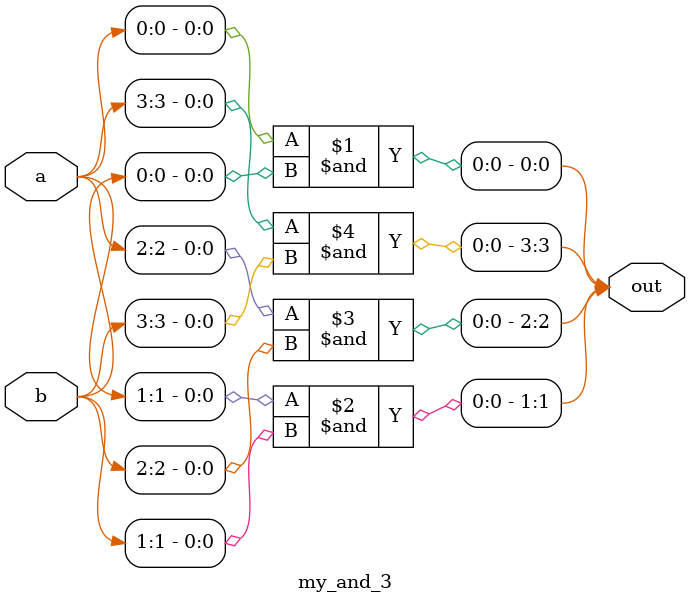
<source format=v>
module my_and_3 (out,a,b);
input [3:0] a,b;
output [3:0] out;
and u0 (out[0],a[0],b[0]);
and u1 (out[1],a[1],b[1]);
and u2 (out[2],a[2],b[2]);
and u3 (out[3],a[3],b[3]);
endmodule
</source>
